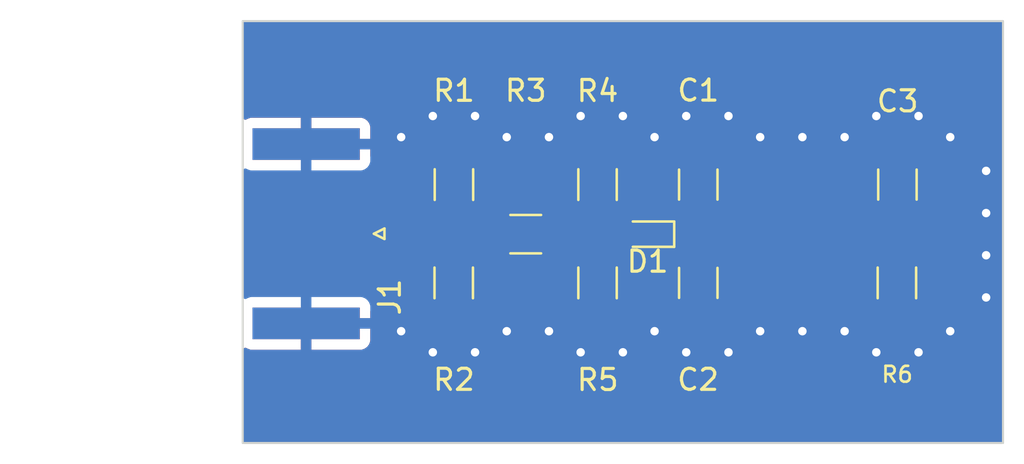
<source format=kicad_pcb>
(kicad_pcb (version 20221018) (generator pcbnew)
  (layers (0 "F.Cu" signal) (31 "B.Cu" signal) (34 "B.Paste" user) (35 "F.Paste" user) (36 "B.SilkS" user "B.Silkscreen") (37 "F.SilkS" user "F.Silkscreen") (38 "B.Mask" user) (39 "F.Mask" user) (44 "Edge.Cuts" user))
  (net 0 "")
  (net 1 "GND")
  (net 2 "/Power_out")
  (net 3 "/RF_2")
  (net 4 "/RF in")
  (footprint "Resistor_SMD:R_1206_3216Metric" (layer "F.Cu") (at 78.8 82.41 -90)
    (fp_text reference "R5" (at 4.6 -0.01 -180) (layer "F.SilkS"))
    (fp_text value "91")
    (fp_line (start -0.727064 -0.91) (end 0.727064 -0.91) (stroke (width 0.12)) (layer "F.SilkS"))
    (fp_line (start -0.727064 0.91) (end 0.727064 0.91) (stroke (width 0.12)) (layer "F.SilkS"))
    (pad "1" smd roundrect (at -1.4625 0 270) (size 1.125 1.75) (layers "F.Cu" "F.Paste" "F.Mask") (roundrect_rratio 0.222222) (net 3 "/RF_2"))
    (pad "2" smd roundrect (at 1.4625 0 270) (size 1.125 1.75) (layers "F.Cu" "F.Paste" "F.Mask") (roundrect_rratio 0.222222) (net 1 "GND"))
  )
  (footprint "Resistor_SMD:R_1206_3216Metric" (layer "F.Cu") (at 92.975 82.41 -90)
    (fp_text reference "R6" (at 4.34 -0.015 180) (layer "F.SilkS") (effects (font (size 0.75 0.75) (thickness 0.125))))
    (fp_text value "270k")
    (fp_line (start -0.727064 -0.91) (end 0.727064 -0.91) (stroke (width 0.12)) (layer "F.SilkS"))
    (fp_line (start -0.727064 0.91) (end 0.727064 0.91) (stroke (width 0.12)) (layer "F.SilkS"))
    (pad "1" smd roundrect (at -1.4625 0 270) (size 1.125 1.75) (layers "F.Cu" "F.Paste" "F.Mask") (roundrect_rratio 0.222222) (net 2 "/Power_out"))
    (pad "2" smd roundrect (at 1.4625 0 270) (size 1.125 1.75) (layers "F.Cu" "F.Paste" "F.Mask") (roundrect_rratio 0.222222) (net 1 "GND"))
  )
  (footprint "Resistor_SMD:R_1206_3216Metric" (layer "F.Cu") (at 72 77.75 90)
    (fp_text reference "R1" (at 4.45 0 180) (layer "F.SilkS"))
    (fp_text value "560")
    (fp_line (start -0.727064 -0.91) (end 0.727064 -0.91) (stroke (width 0.12)) (layer "F.SilkS"))
    (fp_line (start -0.727064 0.91) (end 0.727064 0.91) (stroke (width 0.12)) (layer "F.SilkS"))
    (pad "1" smd roundrect (at -1.4625 0 90) (size 1.125 1.75) (layers "F.Cu" "F.Paste" "F.Mask") (roundrect_rratio 0.222222) (net 4 "/RF in"))
    (pad "2" smd roundrect (at 1.4625 0 90) (size 1.125 1.75) (layers "F.Cu" "F.Paste" "F.Mask") (roundrect_rratio 0.222222) (net 1 "GND"))
  )
  (footprint "Capacitor_SMD:C_1206_3216Metric" (layer "F.Cu") (at 83.57 77.75 90)
    (fp_text reference "C1" (at 4.46 0) (layer "F.SilkS"))
    (fp_text value "10p")
    (fp_line (start -0.711252 -0.91) (end 0.711252 -0.91) (stroke (width 0.12)) (layer "F.SilkS"))
    (fp_line (start -0.711252 0.91) (end 0.711252 0.91) (stroke (width 0.12)) (layer "F.SilkS"))
    (pad "1" smd roundrect (at -1.475 0 90) (size 1.15 1.8) (layers "F.Cu" "F.Paste" "F.Mask") (roundrect_rratio 0.217391) (net 2 "/Power_out"))
    (pad "2" smd roundrect (at 1.475 0 90) (size 1.15 1.8) (layers "F.Cu" "F.Paste" "F.Mask") (roundrect_rratio 0.217391) (net 1 "GND"))
  )
  (footprint "Resistor_SMD:R_1206_3216Metric" (layer "F.Cu") (at 78.8 77.75 90)
    (fp_text reference "R4" (at 4.44 0 180) (layer "F.SilkS"))
    (fp_text value "82")
    (fp_line (start -0.727064 -0.91) (end 0.727064 -0.91) (stroke (width 0.12)) (layer "F.SilkS"))
    (fp_line (start -0.727064 0.91) (end 0.727064 0.91) (stroke (width 0.12)) (layer "F.SilkS"))
    (pad "1" smd roundrect (at -1.4625 0 90) (size 1.125 1.75) (layers "F.Cu" "F.Paste" "F.Mask") (roundrect_rratio 0.222222) (net 3 "/RF_2"))
    (pad "2" smd roundrect (at 1.4625 0 90) (size 1.125 1.75) (layers "F.Cu" "F.Paste" "F.Mask") (roundrect_rratio 0.222222) (net 1 "GND"))
  )
  (footprint "Capacitor_SMD:C_1206_3216Metric" (layer "F.Cu") (at 93 77.75 90)
    (fp_text reference "C3" (at 3.95 0.01 180) (layer "F.SilkS"))
    (fp_text value "2n2")
    (fp_line (start -0.711252 -0.91) (end 0.711252 -0.91) (stroke (width 0.12)) (layer "F.SilkS"))
    (fp_line (start -0.711252 0.91) (end 0.711252 0.91) (stroke (width 0.12)) (layer "F.SilkS"))
    (pad "1" smd roundrect (at -1.475 0 90) (size 1.15 1.8) (layers "F.Cu" "F.Paste" "F.Mask") (roundrect_rratio 0.217391) (net 2 "/Power_out"))
    (pad "2" smd roundrect (at 1.475 0 90) (size 1.15 1.8) (layers "F.Cu" "F.Paste" "F.Mask") (roundrect_rratio 0.217391) (net 1 "GND"))
  )
  (footprint "Resistor_SMD:R_1206_3216Metric" (layer "F.Cu") (at 75.4 80.1)
    (fp_text reference "R3" (at 0 -6.8) (layer "F.SilkS"))
    (fp_text value "18")
    (fp_line (start -0.727064 -0.91) (end 0.727064 -0.91) (stroke (width 0.12)) (layer "F.SilkS"))
    (fp_line (start -0.727064 0.91) (end 0.727064 0.91) (stroke (width 0.12)) (layer "F.SilkS"))
    (pad "1" smd roundrect (at -1.4625 0) (size 1.125 1.75) (layers "F.Cu" "F.Paste" "F.Mask") (roundrect_rratio 0.222222) (net 4 "/RF in"))
    (pad "2" smd roundrect (at 1.4625 0) (size 1.125 1.75) (layers "F.Cu" "F.Paste" "F.Mask") (roundrect_rratio 0.222222) (net 3 "/RF_2"))
  )
  (footprint "Connector_Coaxial:SMA_Amphenol_132289_EdgeMount" (layer "F.Cu") (at 65 80.08 180)
    (fp_text reference "J1" (at -3.96 -3 90) (layer "F.SilkS"))
    (fp_text value "Conn_Coaxial")
    (fp_line (start -3.71 -0.25) (end -3.71 0.25) (stroke (width 0.12)) (layer "F.SilkS"))
    (fp_line (start -3.71 0.25) (end -3.21 0) (stroke (width 0.12)) (layer "F.SilkS"))
    (fp_line (start -3.21 0) (end -3.71 -0.25) (stroke (width 0.12)) (layer "F.SilkS"))
    (pad "1" smd rect (at 0 0 270) (size 1.5 5.08) (layers "F.Cu" "F.Paste" "F.Mask") (net 4 "/RF in"))
    (pad "2" smd rect (at 0 -4.25 270) (size 1.5 5.08) (layers "F.Cu" "F.Paste" "F.Mask") (net 1 "GND"))
    (pad "2" smd rect (at 0 -4.25 270) (size 1.5 5.08) (layers "B.Cu" "B.Paste" "B.Mask") (net 1 "GND"))
    (pad "2" smd rect (at 0 4.25 270) (size 1.5 5.08) (layers "F.Cu" "F.Paste" "F.Mask") (net 1 "GND"))
    (pad "2" smd rect (at 0 4.25 270) (size 1.5 5.08) (layers "B.Cu" "B.Paste" "B.Mask") (net 1 "GND"))
  )
  (footprint "Capacitor_SMD:C_1206_3216Metric" (layer "F.Cu") (at 83.57 82.41 -90)
    (fp_text reference "C2" (at 4.59 0.01 -180) (layer "F.SilkS"))
    (fp_text value "100p")
    (fp_line (start -0.711252 -0.91) (end 0.711252 -0.91) (stroke (width 0.12)) (layer "F.SilkS"))
    (fp_line (start -0.711252 0.91) (end 0.711252 0.91) (stroke (width 0.12)) (layer "F.SilkS"))
    (pad "1" smd roundrect (at -1.475 0 270) (size 1.15 1.8) (layers "F.Cu" "F.Paste" "F.Mask") (roundrect_rratio 0.217391) (net 2 "/Power_out"))
    (pad "2" smd roundrect (at 1.475 0 270) (size 1.15 1.8) (layers "F.Cu" "F.Paste" "F.Mask") (roundrect_rratio 0.217391) (net 1 "GND"))
  )
  (footprint "Diode_SMD:D_SOD-523" (layer "F.Cu") (at 81.17 80.1 180)
    (fp_text reference "D1" (at 0 -1.3) (layer "F.SilkS"))
    (fp_text value "BAT62-02W")
    (fp_line (start -1.26 -0.6) (end -1.26 0.6) (stroke (width 0.12)) (layer "F.SilkS"))
    (fp_line (start 0.7 -0.6) (end -1.26 -0.6) (stroke (width 0.12)) (layer "F.SilkS"))
    (fp_line (start 0.7 0.6) (end -1.26 0.6) (stroke (width 0.12)) (layer "F.SilkS"))
    (pad "1" smd roundrect (at -0.7 0) (size 0.6 0.7) (layers "F.Cu" "F.Paste" "F.Mask") (net 2 "/Power_out"))
    (pad "2" smd roundrect (at 0.7 0) (size 0.6 0.7) (layers "F.Cu" "F.Paste" "F.Mask") (net 3 "/RF_2"))
  )
  (footprint "Resistor_SMD:R_1206_3216Metric" (layer "F.Cu") (at 71.99 82.41 -90)
    (fp_text reference "R2" (at 4.59 -0.01 -180) (layer "F.SilkS"))
    (fp_text value "620")
    (fp_line (start -0.727064 -0.91) (end 0.727064 -0.91) (stroke (width 0.12)) (layer "F.SilkS"))
    (fp_line (start -0.727064 0.91) (end 0.727064 0.91) (stroke (width 0.12)) (layer "F.SilkS"))
    (pad "1" smd roundrect (at -1.4625 0 270) (size 1.125 1.75) (layers "F.Cu" "F.Paste" "F.Mask") (roundrect_rratio 0.222222) (net 4 "/RF in"))
    (pad "2" smd roundrect (at 1.4625 0 270) (size 1.125 1.75) (layers "F.Cu" "F.Paste" "F.Mask") (roundrect_rratio 0.222222) (net 1 "GND"))
  )
  (gr_poly (pts (xy 62.4 78.65) (xy 62.4 81.51) (xy 74.5 81.51) (xy 74.5 78.65)) (stroke (width 0.000001)) (fill solid) (layer "F.Cu"))
  (gr_poly (pts (xy 76.3 78.65) (xy 76.3 81.51) (xy 80.77 81.51) (xy 80.77 78.65)) (stroke (width 0.000001)) (fill solid) (layer "F.Cu"))
  (gr_poly (pts (xy 81.57 78.65) (xy 81.57 81.51) (xy 94.2 81.51) (xy 94.2 78.65)) (fill solid) (layer "F.Cu"))
  (gr_poly (pts (xy 98 90) (xy 98 70) (xy 62 70) (xy 62 90)) (stroke (width 0.1)) (fill none) (layer "Edge.Cuts"))
  (via (at 92 74.5) (size 0.8) (drill 0.4) (layers "F.Cu" "B.Cu") (net 1))
  (via (at 85 74.5) (size 0.8) (drill 0.4) (layers "F.Cu" "B.Cu") (net 1))
  (via (at 86.5 75.5) (size 0.8) (drill 0.4) (layers "F.Cu" "B.Cu") (net 1))
  (via (at 90.5 84.7) (size 0.8) (drill 0.4) (layers "F.Cu" "B.Cu") (net 1))
  (via (at 92 85.7) (size 0.8) (drill 0.4) (layers "F.Cu" "B.Cu") (net 1))
  (via (at 97.2 77.1) (size 0.8) (drill 0.4) (layers "F.Cu" "B.Cu") (net 1))
  (via (at 83 85.7) (size 0.8) (drill 0.4) (layers "F.Cu" "B.Cu") (net 1))
  (via (at 94 74.5) (size 0.8) (drill 0.4) (layers "F.Cu" "B.Cu") (net 1))
  (via (at 94 85.7) (size 0.8) (drill 0.4) (layers "F.Cu" "B.Cu") (net 1))
  (via (at 81.5 75.5) (size 0.8) (drill 0.4) (layers "F.Cu" "B.Cu") (net 1))
  (via (at 78 74.5) (size 0.8) (drill 0.4) (layers "F.Cu" "B.Cu") (net 1))
  (via (at 97.2 79.1) (size 0.8) (drill 0.4) (layers "F.Cu" "B.Cu") (net 1))
  (via (at 85 85.7) (size 0.8) (drill 0.4) (layers "F.Cu" "B.Cu") (net 1))
  (via (at 88.5 84.7) (size 0.8) (drill 0.4) (layers "F.Cu" "B.Cu") (net 1))
  (via (at 71 85.7) (size 0.8) (drill 0.4) (layers "F.Cu" "B.Cu") (net 1))
  (via (at 97.2 81.1) (size 0.8) (drill 0.4) (layers "F.Cu" "B.Cu") (net 1))
  (via (at 73 74.5) (size 0.8) (drill 0.4) (layers "F.Cu" "B.Cu") (net 1))
  (via (at 86.5 84.7) (size 0.8) (drill 0.4) (layers "F.Cu" "B.Cu") (net 1))
  (via (at 74.5 84.7) (size 0.8) (drill 0.4) (layers "F.Cu" "B.Cu") (net 1))
  (via (at 76.5 84.7) (size 0.8) (drill 0.4) (layers "F.Cu" "B.Cu") (net 1))
  (via (at 76.5 75.5) (size 0.8) (drill 0.4) (layers "F.Cu" "B.Cu") (net 1))
  (via (at 73 85.7) (size 0.8) (drill 0.4) (layers "F.Cu" "B.Cu") (net 1))
  (via (at 90.5 75.5) (size 0.8) (drill 0.4) (layers "F.Cu" "B.Cu") (net 1))
  (via (at 69.5 75.5) (size 0.8) (drill 0.4) (layers "F.Cu" "B.Cu") (net 1))
  (via (at 95.5 75.5) (size 0.8) (drill 0.4) (layers "F.Cu" "B.Cu") (net 1))
  (via (at 80 74.5) (size 0.8) (drill 0.4) (layers "F.Cu" "B.Cu") (net 1))
  (via (at 97.2 83.1) (size 0.8) (drill 0.4) (layers "F.Cu" "B.Cu") (net 1))
  (via (at 81.5 84.7) (size 0.8) (drill 0.4) (layers "F.Cu" "B.Cu") (net 1))
  (via (at 88.5 75.5) (size 0.8) (drill 0.4) (layers "F.Cu" "B.Cu") (net 1))
  (via (at 69.5 84.7) (size 0.8) (drill 0.4) (layers "F.Cu" "B.Cu") (net 1))
  (via (at 95.5 84.7) (size 0.8) (drill 0.4) (layers "F.Cu" "B.Cu") (net 1))
  (via (at 80 85.7) (size 0.8) (drill 0.4) (layers "F.Cu" "B.Cu") (net 1))
  (via (at 78 85.7) (size 0.8) (drill 0.4) (layers "F.Cu" "B.Cu") (net 1))
  (via (at 71 74.5) (size 0.8) (drill 0.4) (layers "F.Cu" "B.Cu") (net 1))
  (via (at 83 74.5) (size 0.8) (drill 0.4) (layers "F.Cu" "B.Cu") (net 1))
  (via (at 74.5 75.5) (size 0.8) (drill 0.4) (layers "F.Cu" "B.Cu") (net 1))
  (zone (net 0) (net_name "") (layer "F.Cu") (connect_pads (clearance 0)) (min_thickness 0.25)
    (keepout (tracks not_allowed) (vias not_allowed) (pads not_allowed) (copperpour not_allowed) (footprints allowed))
    (fill (thermal_gap 0.5) (thermal_bridge_width 0.5))
    (polygon (pts (xy 94.2 83.63) (xy 96.32 83.63) (xy 96.32 76.53) (xy 94.2 76.53)))
  )
  (zone (net 0) (net_name "") (layer "F.Cu") (connect_pads (clearance 0)) (min_thickness 0.25)
    (keepout (tracks not_allowed) (vias not_allowed) (pads not_allowed) (copperpour not_allowed) (footprints allowed))
    (fill (thermal_gap 0.5) (thermal_bridge_width 0.5))
    (polygon (pts (xy 62 76.53) (xy 62 78.65) (xy 95.38 78.65) (xy 95.38 76.53)))
  )
  (zone (net 0) (net_name "") (layer "F.Cu") (connect_pads (clearance 0)) (min_thickness 0.25)
    (keepout (tracks not_allowed) (vias not_allowed) (pads not_allowed) (copperpour not_allowed) (footprints allowed))
    (fill (thermal_gap 0.5) (thermal_bridge_width 0.5))
    (polygon (pts (xy 62 81.51) (xy 62 83.63) (xy 95.38 83.63) (xy 95.38 81.51)))
  )
  (zone (net 1) (net_name "GND") (layers "F&B.Cu") (connect_pads (clearance 0.5)) (min_thickness 0.25) (fill yes (thermal_gap 0.5) (thermal_bridge_width 0.5))
    (polygon (pts (xy 61 69) (xy 61 91) (xy 99 91) (xy 99 69)))
  )
)
</source>
